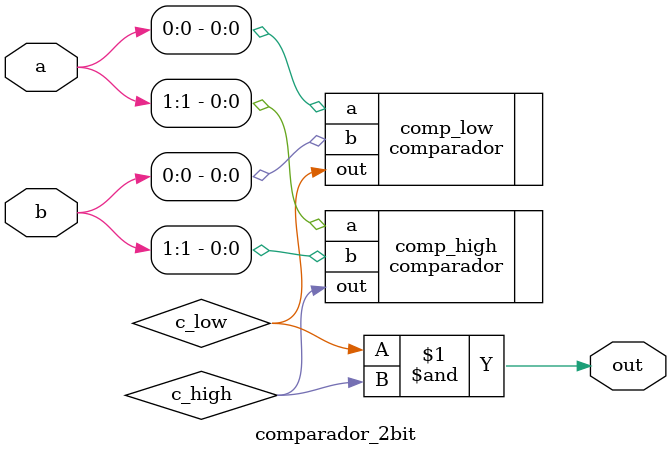
<source format=sv>
`timescale 1ns / 1ps


module comparador_2bit(
    input logic [1:0] a, b,
    output out
    );
    
    logic c_low, c_high;
    
    comparador comp_low (.a(a[0]), .b(b[0]), .out(c_low));
    comparador comp_high (.a(a[1]), .b(b[1]), .out(c_high));
    
    assign out = c_low & c_high;
    
endmodule

</source>
